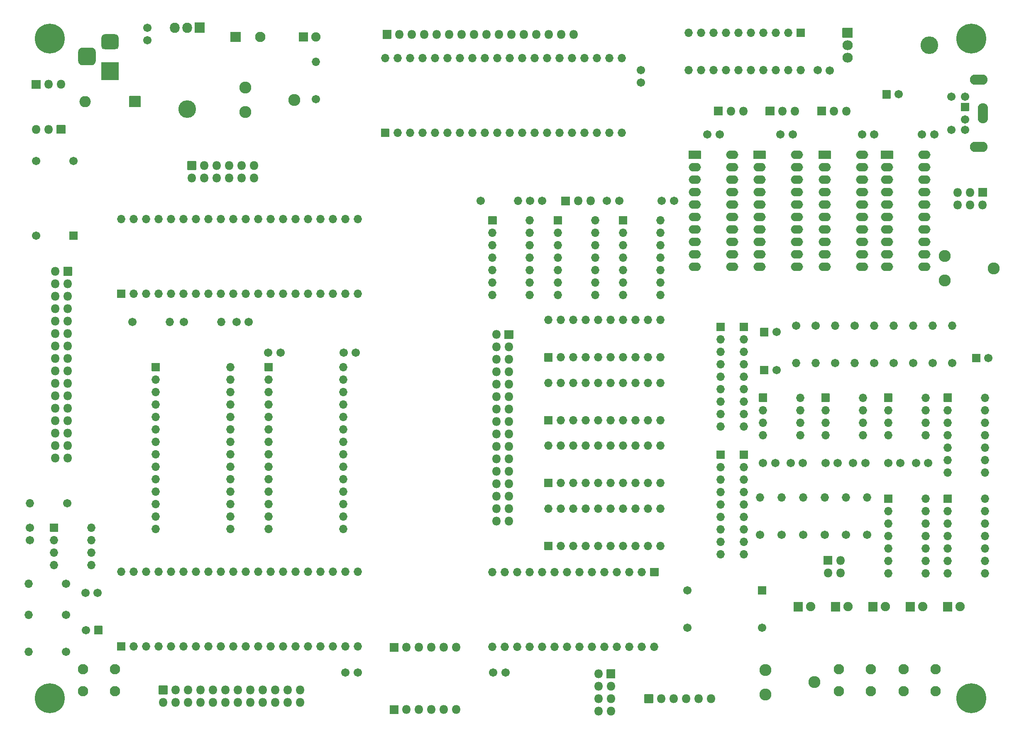
<source format=gbs>
G04 #@! TF.GenerationSoftware,KiCad,Pcbnew,(5.1.9)-1*
G04 #@! TF.CreationDate,2022-11-15T19:47:54+00:00*
G04 #@! TF.ProjectId,AT_65C02_Computer,41545f36-3543-4303-925f-436f6d707574,rev?*
G04 #@! TF.SameCoordinates,Original*
G04 #@! TF.FileFunction,Soldermask,Bot*
G04 #@! TF.FilePolarity,Negative*
%FSLAX46Y46*%
G04 Gerber Fmt 4.6, Leading zero omitted, Abs format (unit mm)*
G04 Created by KiCad (PCBNEW (5.1.9)-1) date 2022-11-15 19:47:54*
%MOMM*%
%LPD*%
G01*
G04 APERTURE LIST*
%ADD10C,1.702000*%
%ADD11C,2.102000*%
%ADD12O,1.802000X1.802000*%
%ADD13O,1.702000X1.702000*%
%ADD14C,2.442000*%
%ADD15O,3.602000X3.602000*%
%ADD16O,2.102000X2.007000*%
%ADD17C,1.902000*%
%ADD18C,6.102000*%
%ADD19O,2.102000X4.102000*%
%ADD20O,3.602000X2.102000*%
%ADD21O,2.502000X1.702000*%
%ADD22O,2.007000X2.102000*%
%ADD23O,2.302000X2.302000*%
%ADD24C,0.100000*%
G04 APERTURE END LIST*
D10*
X45320000Y-28265000D03*
X45320000Y-25765000D03*
D11*
X38740000Y-156625000D03*
X38740000Y-161125000D03*
X32240000Y-156625000D03*
X32240000Y-161125000D03*
X206119000Y-156625000D03*
X206119000Y-161125000D03*
X199619000Y-156625000D03*
X199619000Y-161125000D03*
X192879000Y-156625000D03*
X192879000Y-161125000D03*
X186379000Y-156625000D03*
X186379000Y-161125000D03*
D12*
X187930000Y-42760000D03*
X185390000Y-42760000D03*
G36*
G01*
X183700000Y-43661000D02*
X182000000Y-43661000D01*
G75*
G02*
X181949000Y-43610000I0J51000D01*
G01*
X181949000Y-41910000D01*
G75*
G02*
X182000000Y-41859000I51000J0D01*
G01*
X183700000Y-41859000D01*
G75*
G02*
X183751000Y-41910000I0J-51000D01*
G01*
X183751000Y-43610000D01*
G75*
G02*
X183700000Y-43661000I-51000J0D01*
G01*
G37*
X177410000Y-42760000D03*
X174870000Y-42760000D03*
G36*
G01*
X173180000Y-43661000D02*
X171480000Y-43661000D01*
G75*
G02*
X171429000Y-43610000I0J51000D01*
G01*
X171429000Y-41910000D01*
G75*
G02*
X171480000Y-41859000I51000J0D01*
G01*
X173180000Y-41859000D01*
G75*
G02*
X173231000Y-41910000I0J-51000D01*
G01*
X173231000Y-43610000D01*
G75*
G02*
X173180000Y-43661000I-51000J0D01*
G01*
G37*
X166890000Y-42760000D03*
X164350000Y-42760000D03*
G36*
G01*
X162660000Y-43661000D02*
X160960000Y-43661000D01*
G75*
G02*
X160909000Y-43610000I0J51000D01*
G01*
X160909000Y-41910000D01*
G75*
G02*
X160960000Y-41859000I51000J0D01*
G01*
X162660000Y-41859000D01*
G75*
G02*
X162711000Y-41910000I0J-51000D01*
G01*
X162711000Y-43610000D01*
G75*
G02*
X162660000Y-43661000I-51000J0D01*
G01*
G37*
X116520000Y-126460000D03*
X119060000Y-126460000D03*
X116520000Y-123920000D03*
X119060000Y-123920000D03*
X116520000Y-121380000D03*
X119060000Y-121380000D03*
X116520000Y-118840000D03*
X119060000Y-118840000D03*
X116520000Y-116300000D03*
X119060000Y-116300000D03*
X116520000Y-113760000D03*
X119060000Y-113760000D03*
X116520000Y-111220000D03*
X119060000Y-111220000D03*
X116520000Y-108680000D03*
X119060000Y-108680000D03*
X116520000Y-106140000D03*
X119060000Y-106140000D03*
X116520000Y-103600000D03*
X119060000Y-103600000D03*
X116520000Y-101060000D03*
X119060000Y-101060000D03*
X116520000Y-98520000D03*
X119060000Y-98520000D03*
X116520000Y-95980000D03*
X119060000Y-95980000D03*
X116520000Y-93440000D03*
X119060000Y-93440000D03*
X116520000Y-90900000D03*
X119060000Y-90900000D03*
X116520000Y-88360000D03*
G36*
G01*
X118159000Y-89210000D02*
X118159000Y-87510000D01*
G75*
G02*
X118210000Y-87459000I51000J0D01*
G01*
X119910000Y-87459000D01*
G75*
G02*
X119961000Y-87510000I0J-51000D01*
G01*
X119961000Y-89210000D01*
G75*
G02*
X119910000Y-89261000I-51000J0D01*
G01*
X118210000Y-89261000D01*
G75*
G02*
X118159000Y-89210000I0J51000D01*
G01*
G37*
D13*
X127120000Y-98226666D03*
X149980000Y-105846666D03*
X129660000Y-98226666D03*
X147440000Y-105846666D03*
X132200000Y-98226666D03*
X144900000Y-105846666D03*
X134740000Y-98226666D03*
X142360000Y-105846666D03*
X137280000Y-98226666D03*
X139820000Y-105846666D03*
X139820000Y-98226666D03*
X137280000Y-105846666D03*
X142360000Y-98226666D03*
X134740000Y-105846666D03*
X144900000Y-98226666D03*
X132200000Y-105846666D03*
X147440000Y-98226666D03*
X129660000Y-105846666D03*
X149980000Y-98226666D03*
G36*
G01*
X127920000Y-106697666D02*
X126320000Y-106697666D01*
G75*
G02*
X126269000Y-106646666I0J51000D01*
G01*
X126269000Y-105046666D01*
G75*
G02*
X126320000Y-104995666I51000J0D01*
G01*
X127920000Y-104995666D01*
G75*
G02*
X127971000Y-105046666I0J-51000D01*
G01*
X127971000Y-106646666D01*
G75*
G02*
X127920000Y-106697666I-51000J0D01*
G01*
G37*
X127120000Y-85410000D03*
X149980000Y-93030000D03*
X129660000Y-85410000D03*
X147440000Y-93030000D03*
X132200000Y-85410000D03*
X144900000Y-93030000D03*
X134740000Y-85410000D03*
X142360000Y-93030000D03*
X137280000Y-85410000D03*
X139820000Y-93030000D03*
X139820000Y-85410000D03*
X137280000Y-93030000D03*
X142360000Y-85410000D03*
X134740000Y-93030000D03*
X144900000Y-85410000D03*
X132200000Y-93030000D03*
X147440000Y-85410000D03*
X129660000Y-93030000D03*
X149980000Y-85410000D03*
G36*
G01*
X127920000Y-93881000D02*
X126320000Y-93881000D01*
G75*
G02*
X126269000Y-93830000I0J51000D01*
G01*
X126269000Y-92230000D01*
G75*
G02*
X126320000Y-92179000I51000J0D01*
G01*
X127920000Y-92179000D01*
G75*
G02*
X127971000Y-92230000I0J-51000D01*
G01*
X127971000Y-93830000D01*
G75*
G02*
X127920000Y-93881000I-51000J0D01*
G01*
G37*
X127120000Y-111043332D03*
X149980000Y-118663332D03*
X129660000Y-111043332D03*
X147440000Y-118663332D03*
X132200000Y-111043332D03*
X144900000Y-118663332D03*
X134740000Y-111043332D03*
X142360000Y-118663332D03*
X137280000Y-111043332D03*
X139820000Y-118663332D03*
X139820000Y-111043332D03*
X137280000Y-118663332D03*
X142360000Y-111043332D03*
X134740000Y-118663332D03*
X144900000Y-111043332D03*
X132200000Y-118663332D03*
X147440000Y-111043332D03*
X129660000Y-118663332D03*
X149980000Y-111043332D03*
G36*
G01*
X127920000Y-119514332D02*
X126320000Y-119514332D01*
G75*
G02*
X126269000Y-119463332I0J51000D01*
G01*
X126269000Y-117863332D01*
G75*
G02*
X126320000Y-117812332I51000J0D01*
G01*
X127920000Y-117812332D01*
G75*
G02*
X127971000Y-117863332I0J-51000D01*
G01*
X127971000Y-119463332D01*
G75*
G02*
X127920000Y-119514332I-51000J0D01*
G01*
G37*
X127120000Y-123860000D03*
X149980000Y-131480000D03*
X129660000Y-123860000D03*
X147440000Y-131480000D03*
X132200000Y-123860000D03*
X144900000Y-131480000D03*
X134740000Y-123860000D03*
X142360000Y-131480000D03*
X137280000Y-123860000D03*
X139820000Y-131480000D03*
X139820000Y-123860000D03*
X137280000Y-131480000D03*
X142360000Y-123860000D03*
X134740000Y-131480000D03*
X144900000Y-123860000D03*
X132200000Y-131480000D03*
X147440000Y-123860000D03*
X129660000Y-131480000D03*
X149980000Y-123860000D03*
G36*
G01*
X127920000Y-132331000D02*
X126320000Y-132331000D01*
G75*
G02*
X126269000Y-132280000I0J51000D01*
G01*
X126269000Y-130680000D01*
G75*
G02*
X126320000Y-130629000I51000J0D01*
G01*
X127920000Y-130629000D01*
G75*
G02*
X127971000Y-130680000I0J-51000D01*
G01*
X127971000Y-132280000D01*
G75*
G02*
X127920000Y-132331000I-51000J0D01*
G01*
G37*
D14*
X207960000Y-72330000D03*
X217960000Y-74830000D03*
X207960000Y-77330000D03*
D12*
X108330000Y-152210000D03*
X105790000Y-152210000D03*
X103250000Y-152210000D03*
X100710000Y-152210000D03*
X98170000Y-152210000D03*
G36*
G01*
X96480000Y-153111000D02*
X94780000Y-153111000D01*
G75*
G02*
X94729000Y-153060000I0J51000D01*
G01*
X94729000Y-151360000D01*
G75*
G02*
X94780000Y-151309000I51000J0D01*
G01*
X96480000Y-151309000D01*
G75*
G02*
X96531000Y-151360000I0J-51000D01*
G01*
X96531000Y-153060000D01*
G75*
G02*
X96480000Y-153111000I-51000J0D01*
G01*
G37*
G36*
G01*
X96480000Y-165811000D02*
X94780000Y-165811000D01*
G75*
G02*
X94729000Y-165760000I0J51000D01*
G01*
X94729000Y-164060000D01*
G75*
G02*
X94780000Y-164009000I51000J0D01*
G01*
X96480000Y-164009000D01*
G75*
G02*
X96531000Y-164060000I0J-51000D01*
G01*
X96531000Y-165760000D01*
G75*
G02*
X96480000Y-165811000I-51000J0D01*
G01*
G37*
X98170000Y-164910000D03*
X100710000Y-164910000D03*
X103250000Y-164910000D03*
X105790000Y-164910000D03*
X108330000Y-164910000D03*
X137320000Y-165220000D03*
X139860000Y-165220000D03*
X137320000Y-162680000D03*
X139860000Y-162680000D03*
X137320000Y-160140000D03*
X139860000Y-160140000D03*
X137320000Y-157600000D03*
G36*
G01*
X138959000Y-158450000D02*
X138959000Y-156750000D01*
G75*
G02*
X139010000Y-156699000I51000J0D01*
G01*
X140710000Y-156699000D01*
G75*
G02*
X140761000Y-156750000I0J-51000D01*
G01*
X140761000Y-158450000D01*
G75*
G02*
X140710000Y-158501000I-51000J0D01*
G01*
X139010000Y-158501000D01*
G75*
G02*
X138959000Y-158450000I0J51000D01*
G01*
G37*
D15*
X204800000Y-29310000D03*
G36*
G01*
X187140000Y-25766500D02*
X189140000Y-25766500D01*
G75*
G02*
X189191000Y-25817500I0J-51000D01*
G01*
X189191000Y-27722500D01*
G75*
G02*
X189140000Y-27773500I-51000J0D01*
G01*
X187140000Y-27773500D01*
G75*
G02*
X187089000Y-27722500I0J51000D01*
G01*
X187089000Y-25817500D01*
G75*
G02*
X187140000Y-25766500I51000J0D01*
G01*
G37*
D16*
X188140000Y-29310000D03*
X188140000Y-31850000D03*
G36*
G01*
X40780000Y-152861000D02*
X39180000Y-152861000D01*
G75*
G02*
X39129000Y-152810000I0J51000D01*
G01*
X39129000Y-151210000D01*
G75*
G02*
X39180000Y-151159000I51000J0D01*
G01*
X40780000Y-151159000D01*
G75*
G02*
X40831000Y-151210000I0J-51000D01*
G01*
X40831000Y-152810000D01*
G75*
G02*
X40780000Y-152861000I-51000J0D01*
G01*
G37*
D13*
X88240000Y-136770000D03*
X42520000Y-152010000D03*
X85700000Y-136770000D03*
X45060000Y-152010000D03*
X83160000Y-136770000D03*
X47600000Y-152010000D03*
X80620000Y-136770000D03*
X50140000Y-152010000D03*
X78080000Y-136770000D03*
X52680000Y-152010000D03*
X75540000Y-136770000D03*
X55220000Y-152010000D03*
X73000000Y-136770000D03*
X57760000Y-152010000D03*
X70460000Y-136770000D03*
X60300000Y-152010000D03*
X67920000Y-136770000D03*
X62840000Y-152010000D03*
X65380000Y-136770000D03*
X65380000Y-152010000D03*
X62840000Y-136770000D03*
X67920000Y-152010000D03*
X60300000Y-136770000D03*
X70460000Y-152010000D03*
X57760000Y-136770000D03*
X73000000Y-152010000D03*
X55220000Y-136770000D03*
X75540000Y-152010000D03*
X52680000Y-136770000D03*
X78080000Y-152010000D03*
X50140000Y-136770000D03*
X80620000Y-152010000D03*
X47600000Y-136770000D03*
X83160000Y-152010000D03*
X45060000Y-136770000D03*
X85700000Y-152010000D03*
X42520000Y-136770000D03*
X88240000Y-152010000D03*
X39980000Y-136770000D03*
G36*
G01*
X147940000Y-135959000D02*
X149540000Y-135959000D01*
G75*
G02*
X149591000Y-136010000I0J-51000D01*
G01*
X149591000Y-137610000D01*
G75*
G02*
X149540000Y-137661000I-51000J0D01*
G01*
X147940000Y-137661000D01*
G75*
G02*
X147889000Y-137610000I0J51000D01*
G01*
X147889000Y-136010000D01*
G75*
G02*
X147940000Y-135959000I51000J0D01*
G01*
G37*
X115720000Y-152050000D03*
X146200000Y-136810000D03*
X118260000Y-152050000D03*
X143660000Y-136810000D03*
X120800000Y-152050000D03*
X141120000Y-136810000D03*
X123340000Y-152050000D03*
X138580000Y-136810000D03*
X125880000Y-152050000D03*
X136040000Y-136810000D03*
X128420000Y-152050000D03*
X133500000Y-136810000D03*
X130960000Y-152050000D03*
X130960000Y-136810000D03*
X133500000Y-152050000D03*
X128420000Y-136810000D03*
X136040000Y-152050000D03*
X125880000Y-136810000D03*
X138580000Y-152050000D03*
X123340000Y-136810000D03*
X141120000Y-152050000D03*
X120800000Y-136810000D03*
X143660000Y-152050000D03*
X118260000Y-136810000D03*
X146200000Y-152050000D03*
X115720000Y-136810000D03*
X148740000Y-152050000D03*
D12*
X67070000Y-56410000D03*
X67070000Y-53870000D03*
X64530000Y-56410000D03*
X64530000Y-53870000D03*
X61990000Y-56410000D03*
X61990000Y-53870000D03*
X59450000Y-56410000D03*
X59450000Y-53870000D03*
X56910000Y-56410000D03*
X56910000Y-53870000D03*
X54370000Y-56410000D03*
G36*
G01*
X55220000Y-54771000D02*
X53520000Y-54771000D01*
G75*
G02*
X53469000Y-54720000I0J51000D01*
G01*
X53469000Y-53020000D01*
G75*
G02*
X53520000Y-52969000I51000J0D01*
G01*
X55220000Y-52969000D01*
G75*
G02*
X55271000Y-53020000I0J-51000D01*
G01*
X55271000Y-54720000D01*
G75*
G02*
X55220000Y-54771000I-51000J0D01*
G01*
G37*
D13*
X39980000Y-64810000D03*
X88240000Y-80050000D03*
X42520000Y-64810000D03*
X85700000Y-80050000D03*
X45060000Y-64810000D03*
X83160000Y-80050000D03*
X47600000Y-64810000D03*
X80620000Y-80050000D03*
X50140000Y-64810000D03*
X78080000Y-80050000D03*
X52680000Y-64810000D03*
X75540000Y-80050000D03*
X55220000Y-64810000D03*
X73000000Y-80050000D03*
X57760000Y-64810000D03*
X70460000Y-80050000D03*
X60300000Y-64810000D03*
X67920000Y-80050000D03*
X62840000Y-64810000D03*
X65380000Y-80050000D03*
X65380000Y-64810000D03*
X62840000Y-80050000D03*
X67920000Y-64810000D03*
X60300000Y-80050000D03*
X70460000Y-64810000D03*
X57760000Y-80050000D03*
X73000000Y-64810000D03*
X55220000Y-80050000D03*
X75540000Y-64810000D03*
X52680000Y-80050000D03*
X78080000Y-64810000D03*
X50140000Y-80050000D03*
X80620000Y-64810000D03*
X47600000Y-80050000D03*
X83160000Y-64810000D03*
X45060000Y-80050000D03*
X85700000Y-64810000D03*
X42520000Y-80050000D03*
X88240000Y-64810000D03*
G36*
G01*
X40780000Y-80901000D02*
X39180000Y-80901000D01*
G75*
G02*
X39129000Y-80850000I0J51000D01*
G01*
X39129000Y-79250000D01*
G75*
G02*
X39180000Y-79199000I51000J0D01*
G01*
X40780000Y-79199000D01*
G75*
G02*
X40831000Y-79250000I0J-51000D01*
G01*
X40831000Y-80850000D01*
G75*
G02*
X40780000Y-80901000I-51000J0D01*
G01*
G37*
G36*
G01*
X94600000Y-48061000D02*
X93000000Y-48061000D01*
G75*
G02*
X92949000Y-48010000I0J51000D01*
G01*
X92949000Y-46410000D01*
G75*
G02*
X93000000Y-46359000I51000J0D01*
G01*
X94600000Y-46359000D01*
G75*
G02*
X94651000Y-46410000I0J-51000D01*
G01*
X94651000Y-48010000D01*
G75*
G02*
X94600000Y-48061000I-51000J0D01*
G01*
G37*
X142060000Y-31970000D03*
X96340000Y-47210000D03*
X139520000Y-31970000D03*
X98880000Y-47210000D03*
X136980000Y-31970000D03*
X101420000Y-47210000D03*
X134440000Y-31970000D03*
X103960000Y-47210000D03*
X131900000Y-31970000D03*
X106500000Y-47210000D03*
X129360000Y-31970000D03*
X109040000Y-47210000D03*
X126820000Y-31970000D03*
X111580000Y-47210000D03*
X124280000Y-31970000D03*
X114120000Y-47210000D03*
X121740000Y-31970000D03*
X116660000Y-47210000D03*
X119200000Y-31970000D03*
X119200000Y-47210000D03*
X116660000Y-31970000D03*
X121740000Y-47210000D03*
X114120000Y-31970000D03*
X124280000Y-47210000D03*
X111580000Y-31970000D03*
X126820000Y-47210000D03*
X109040000Y-31970000D03*
X129360000Y-47210000D03*
X106500000Y-31970000D03*
X131900000Y-47210000D03*
X103960000Y-31970000D03*
X134440000Y-47210000D03*
X101420000Y-31970000D03*
X136980000Y-47210000D03*
X98880000Y-31970000D03*
X139520000Y-47210000D03*
X96340000Y-31970000D03*
X142060000Y-47210000D03*
X93800000Y-31970000D03*
D17*
X79690000Y-27630000D03*
G36*
G01*
X76199000Y-28530000D02*
X76199000Y-26730000D01*
G75*
G02*
X76250000Y-26679000I51000J0D01*
G01*
X78050000Y-26679000D01*
G75*
G02*
X78101000Y-26730000I0J-51000D01*
G01*
X78101000Y-28530000D01*
G75*
G02*
X78050000Y-28581000I-51000J0D01*
G01*
X76250000Y-28581000D01*
G75*
G02*
X76199000Y-28530000I0J51000D01*
G01*
G37*
D10*
X118380000Y-157340000D03*
X115880000Y-157340000D03*
D12*
X160310000Y-162680000D03*
X157770000Y-162680000D03*
X155230000Y-162680000D03*
X152690000Y-162680000D03*
X150150000Y-162680000D03*
G36*
G01*
X148460000Y-163581000D02*
X146760000Y-163581000D01*
G75*
G02*
X146709000Y-163530000I0J51000D01*
G01*
X146709000Y-161830000D01*
G75*
G02*
X146760000Y-161779000I51000J0D01*
G01*
X148460000Y-161779000D01*
G75*
G02*
X148511000Y-161830000I0J-51000D01*
G01*
X148511000Y-163530000D01*
G75*
G02*
X148460000Y-163581000I-51000J0D01*
G01*
G37*
D14*
X65320000Y-37990000D03*
X75320000Y-40490000D03*
X65320000Y-42990000D03*
G36*
G01*
X177790000Y-25919000D02*
X179390000Y-25919000D01*
G75*
G02*
X179441000Y-25970000I0J-51000D01*
G01*
X179441000Y-27570000D01*
G75*
G02*
X179390000Y-27621000I-51000J0D01*
G01*
X177790000Y-27621000D01*
G75*
G02*
X177739000Y-27570000I0J51000D01*
G01*
X177739000Y-25970000D01*
G75*
G02*
X177790000Y-25919000I51000J0D01*
G01*
G37*
D13*
X155730000Y-34390000D03*
X176050000Y-26770000D03*
X158270000Y-34390000D03*
X173510000Y-26770000D03*
X160810000Y-34390000D03*
X170970000Y-26770000D03*
X163350000Y-34390000D03*
X168430000Y-26770000D03*
X165890000Y-34390000D03*
X165890000Y-26770000D03*
X168430000Y-34390000D03*
X163350000Y-26770000D03*
X170970000Y-34390000D03*
X160810000Y-26770000D03*
X173510000Y-34390000D03*
X158270000Y-26770000D03*
X176050000Y-34390000D03*
X155730000Y-26770000D03*
X178590000Y-34390000D03*
D10*
X141560000Y-61110000D03*
X139060000Y-61110000D03*
D18*
X25400000Y-162560000D03*
X25400000Y-27940000D03*
X213360000Y-27940000D03*
X213360000Y-162560000D03*
D12*
X132300000Y-27110000D03*
X129760000Y-27110000D03*
X127220000Y-27110000D03*
X124680000Y-27110000D03*
X122140000Y-27110000D03*
X119600000Y-27110000D03*
X117060000Y-27110000D03*
X114520000Y-27110000D03*
X111980000Y-27110000D03*
X109440000Y-27110000D03*
X106900000Y-27110000D03*
X104360000Y-27110000D03*
X101820000Y-27110000D03*
X99280000Y-27110000D03*
X96740000Y-27110000D03*
G36*
G01*
X95050000Y-28011000D02*
X93350000Y-28011000D01*
G75*
G02*
X93299000Y-27960000I0J51000D01*
G01*
X93299000Y-26260000D01*
G75*
G02*
X93350000Y-26209000I51000J0D01*
G01*
X95050000Y-26209000D01*
G75*
G02*
X95101000Y-26260000I0J-51000D01*
G01*
X95101000Y-27960000D01*
G75*
G02*
X95050000Y-28011000I-51000J0D01*
G01*
G37*
D10*
X66000000Y-85810000D03*
X63500000Y-85810000D03*
X35170000Y-141120000D03*
X32670000Y-141120000D03*
X69970000Y-92060000D03*
X72470000Y-92060000D03*
X21350000Y-130310000D03*
X21350000Y-127810000D03*
X85350000Y-92020000D03*
X87850000Y-92020000D03*
X182030000Y-34390000D03*
X184530000Y-34520000D03*
G36*
G01*
X36181000Y-147860000D02*
X36181000Y-149460000D01*
G75*
G02*
X36130000Y-149511000I-51000J0D01*
G01*
X34530000Y-149511000D01*
G75*
G02*
X34479000Y-149460000I0J51000D01*
G01*
X34479000Y-147860000D01*
G75*
G02*
X34530000Y-147809000I51000J0D01*
G01*
X36130000Y-147809000D01*
G75*
G02*
X36181000Y-147860000I0J-51000D01*
G01*
G37*
X32830000Y-148660000D03*
X125860000Y-61110000D03*
X123360000Y-61110000D03*
X88240000Y-157340000D03*
X85740000Y-157340000D03*
X146010000Y-36910000D03*
X146010000Y-34410000D03*
X152730000Y-61110000D03*
X150230000Y-61110000D03*
G36*
G01*
X28179000Y-76310000D02*
X28179000Y-74610000D01*
G75*
G02*
X28230000Y-74559000I51000J0D01*
G01*
X29930000Y-74559000D01*
G75*
G02*
X29981000Y-74610000I0J-51000D01*
G01*
X29981000Y-76310000D01*
G75*
G02*
X29930000Y-76361000I-51000J0D01*
G01*
X28230000Y-76361000D01*
G75*
G02*
X28179000Y-76310000I0J51000D01*
G01*
G37*
D12*
X26540000Y-75460000D03*
X29080000Y-78000000D03*
X26540000Y-78000000D03*
X29080000Y-80540000D03*
X26540000Y-80540000D03*
X29080000Y-83080000D03*
X26540000Y-83080000D03*
X29080000Y-85620000D03*
X26540000Y-85620000D03*
X29080000Y-88160000D03*
X26540000Y-88160000D03*
X29080000Y-90700000D03*
X26540000Y-90700000D03*
X29080000Y-93240000D03*
X26540000Y-93240000D03*
X29080000Y-95780000D03*
X26540000Y-95780000D03*
X29080000Y-98320000D03*
X26540000Y-98320000D03*
X29080000Y-100860000D03*
X26540000Y-100860000D03*
X29080000Y-103400000D03*
X26540000Y-103400000D03*
X29080000Y-105940000D03*
X26540000Y-105940000D03*
X29080000Y-108480000D03*
X26540000Y-108480000D03*
X29080000Y-111020000D03*
X26540000Y-111020000D03*
X29080000Y-113560000D03*
X26540000Y-113560000D03*
D19*
X215740000Y-43210000D03*
D10*
X209290000Y-46610000D03*
X209290000Y-39810000D03*
X212090000Y-46610000D03*
X212090000Y-39810000D03*
X212090000Y-44510000D03*
G36*
G01*
X212890000Y-42761000D02*
X211290000Y-42761000D01*
G75*
G02*
X211239000Y-42710000I0J51000D01*
G01*
X211239000Y-41110000D01*
G75*
G02*
X211290000Y-41059000I51000J0D01*
G01*
X212890000Y-41059000D01*
G75*
G02*
X212941000Y-41110000I0J-51000D01*
G01*
X212941000Y-42710000D01*
G75*
G02*
X212890000Y-42761000I-51000J0D01*
G01*
G37*
D20*
X214940000Y-36360000D03*
X214940000Y-50060000D03*
D13*
X49910000Y-85820000D03*
D10*
X42290000Y-85820000D03*
X52780000Y-85820000D03*
D13*
X60400000Y-85820000D03*
D10*
X28710000Y-139180000D03*
D13*
X21090000Y-139180000D03*
D10*
X28970000Y-122750000D03*
D13*
X21350000Y-122750000D03*
X21100000Y-145530000D03*
D10*
X28720000Y-145530000D03*
D13*
X21100000Y-153110000D03*
D10*
X28720000Y-153110000D03*
D13*
X62280000Y-94990000D03*
X47040000Y-128010000D03*
X62280000Y-97530000D03*
X47040000Y-125470000D03*
X62280000Y-100070000D03*
X47040000Y-122930000D03*
X62280000Y-102610000D03*
X47040000Y-120390000D03*
X62280000Y-105150000D03*
X47040000Y-117850000D03*
X62280000Y-107690000D03*
X47040000Y-115310000D03*
X62280000Y-110230000D03*
X47040000Y-112770000D03*
X62280000Y-112770000D03*
X47040000Y-110230000D03*
X62280000Y-115310000D03*
X47040000Y-107690000D03*
X62280000Y-117850000D03*
X47040000Y-105150000D03*
X62280000Y-120390000D03*
X47040000Y-102610000D03*
X62280000Y-122930000D03*
X47040000Y-100070000D03*
X62280000Y-125470000D03*
X47040000Y-97530000D03*
X62280000Y-128010000D03*
G36*
G01*
X46189000Y-95790000D02*
X46189000Y-94190000D01*
G75*
G02*
X46240000Y-94139000I51000J0D01*
G01*
X47840000Y-94139000D01*
G75*
G02*
X47891000Y-94190000I0J-51000D01*
G01*
X47891000Y-95790000D01*
G75*
G02*
X47840000Y-95841000I-51000J0D01*
G01*
X46240000Y-95841000D01*
G75*
G02*
X46189000Y-95790000I0J51000D01*
G01*
G37*
G36*
G01*
X69209000Y-95790000D02*
X69209000Y-94190000D01*
G75*
G02*
X69260000Y-94139000I51000J0D01*
G01*
X70860000Y-94139000D01*
G75*
G02*
X70911000Y-94190000I0J-51000D01*
G01*
X70911000Y-95790000D01*
G75*
G02*
X70860000Y-95841000I-51000J0D01*
G01*
X69260000Y-95841000D01*
G75*
G02*
X69209000Y-95790000I0J51000D01*
G01*
G37*
X85300000Y-128010000D03*
X70060000Y-97530000D03*
X85300000Y-125470000D03*
X70060000Y-100070000D03*
X85300000Y-122930000D03*
X70060000Y-102610000D03*
X85300000Y-120390000D03*
X70060000Y-105150000D03*
X85300000Y-117850000D03*
X70060000Y-107690000D03*
X85300000Y-115310000D03*
X70060000Y-110230000D03*
X85300000Y-112770000D03*
X70060000Y-112770000D03*
X85300000Y-110230000D03*
X70060000Y-115310000D03*
X85300000Y-107690000D03*
X70060000Y-117850000D03*
X85300000Y-105150000D03*
X70060000Y-120390000D03*
X85300000Y-102610000D03*
X70060000Y-122930000D03*
X85300000Y-100070000D03*
X70060000Y-125470000D03*
X85300000Y-97530000D03*
X70060000Y-128010000D03*
X85300000Y-94990000D03*
X136660000Y-65080000D03*
X129040000Y-80320000D03*
X136660000Y-67620000D03*
X129040000Y-77780000D03*
X136660000Y-70160000D03*
X129040000Y-75240000D03*
X136660000Y-72700000D03*
X129040000Y-72700000D03*
X136660000Y-75240000D03*
X129040000Y-70160000D03*
X136660000Y-77780000D03*
X129040000Y-67620000D03*
X136660000Y-80320000D03*
G36*
G01*
X128189000Y-65880000D02*
X128189000Y-64280000D01*
G75*
G02*
X128240000Y-64229000I51000J0D01*
G01*
X129840000Y-64229000D01*
G75*
G02*
X129891000Y-64280000I0J-51000D01*
G01*
X129891000Y-65880000D01*
G75*
G02*
X129840000Y-65931000I-51000J0D01*
G01*
X128240000Y-65931000D01*
G75*
G02*
X128189000Y-65880000I0J51000D01*
G01*
G37*
X149980000Y-65080000D03*
X142360000Y-80320000D03*
X149980000Y-67620000D03*
X142360000Y-77780000D03*
X149980000Y-70160000D03*
X142360000Y-75240000D03*
X149980000Y-72700000D03*
X142360000Y-72700000D03*
X149980000Y-75240000D03*
X142360000Y-70160000D03*
X149980000Y-77780000D03*
X142360000Y-67620000D03*
X149980000Y-80320000D03*
G36*
G01*
X141509000Y-65880000D02*
X141509000Y-64280000D01*
G75*
G02*
X141560000Y-64229000I51000J0D01*
G01*
X143160000Y-64229000D01*
G75*
G02*
X143211000Y-64280000I0J-51000D01*
G01*
X143211000Y-65880000D01*
G75*
G02*
X143160000Y-65931000I-51000J0D01*
G01*
X141560000Y-65931000D01*
G75*
G02*
X141509000Y-65880000I0J51000D01*
G01*
G37*
G36*
G01*
X25449000Y-128570000D02*
X25449000Y-126970000D01*
G75*
G02*
X25500000Y-126919000I51000J0D01*
G01*
X27100000Y-126919000D01*
G75*
G02*
X27151000Y-126970000I0J-51000D01*
G01*
X27151000Y-128570000D01*
G75*
G02*
X27100000Y-128621000I-51000J0D01*
G01*
X25500000Y-128621000D01*
G75*
G02*
X25449000Y-128570000I0J51000D01*
G01*
G37*
X33920000Y-135390000D03*
X26300000Y-130310000D03*
X33920000Y-132850000D03*
X26300000Y-132850000D03*
X33920000Y-130310000D03*
X26300000Y-135390000D03*
X33920000Y-127770000D03*
G36*
G01*
X114869000Y-65880000D02*
X114869000Y-64280000D01*
G75*
G02*
X114920000Y-64229000I51000J0D01*
G01*
X116520000Y-64229000D01*
G75*
G02*
X116571000Y-64280000I0J-51000D01*
G01*
X116571000Y-65880000D01*
G75*
G02*
X116520000Y-65931000I-51000J0D01*
G01*
X114920000Y-65931000D01*
G75*
G02*
X114869000Y-65880000I0J51000D01*
G01*
G37*
X123340000Y-80320000D03*
X115720000Y-67620000D03*
X123340000Y-77780000D03*
X115720000Y-70160000D03*
X123340000Y-75240000D03*
X115720000Y-72700000D03*
X123340000Y-72700000D03*
X115720000Y-75240000D03*
X123340000Y-70160000D03*
X115720000Y-77780000D03*
X123340000Y-67620000D03*
X115720000Y-80320000D03*
X123340000Y-65080000D03*
G36*
G01*
X31050000Y-69011000D02*
X29450000Y-69011000D01*
G75*
G02*
X29399000Y-68960000I0J51000D01*
G01*
X29399000Y-67360000D01*
G75*
G02*
X29450000Y-67309000I51000J0D01*
G01*
X31050000Y-67309000D01*
G75*
G02*
X31101000Y-67360000I0J-51000D01*
G01*
X31101000Y-68960000D01*
G75*
G02*
X31050000Y-69011000I-51000J0D01*
G01*
G37*
D10*
X22630000Y-68160000D03*
X22630000Y-52920000D03*
X30250000Y-52920000D03*
G36*
G01*
X171581000Y-139790000D02*
X171581000Y-141390000D01*
G75*
G02*
X171530000Y-141441000I-51000J0D01*
G01*
X169930000Y-141441000D01*
G75*
G02*
X169879000Y-141390000I0J51000D01*
G01*
X169879000Y-139790000D01*
G75*
G02*
X169930000Y-139739000I51000J0D01*
G01*
X171530000Y-139739000D01*
G75*
G02*
X171581000Y-139790000I0J-51000D01*
G01*
G37*
X170730000Y-148210000D03*
X155490000Y-148210000D03*
X155490000Y-140590000D03*
G36*
G01*
X26860000Y-45589000D02*
X28560000Y-45589000D01*
G75*
G02*
X28611000Y-45640000I0J-51000D01*
G01*
X28611000Y-47340000D01*
G75*
G02*
X28560000Y-47391000I-51000J0D01*
G01*
X26860000Y-47391000D01*
G75*
G02*
X26809000Y-47340000I0J51000D01*
G01*
X26809000Y-45640000D01*
G75*
G02*
X26860000Y-45589000I51000J0D01*
G01*
G37*
D12*
X25170000Y-46490000D03*
X22630000Y-46490000D03*
X210630000Y-61900000D03*
X210630000Y-59360000D03*
X213170000Y-61900000D03*
X213170000Y-59360000D03*
X215710000Y-61900000D03*
G36*
G01*
X214860000Y-58459000D02*
X216560000Y-58459000D01*
G75*
G02*
X216611000Y-58510000I0J-51000D01*
G01*
X216611000Y-60210000D01*
G75*
G02*
X216560000Y-60261000I-51000J0D01*
G01*
X214860000Y-60261000D01*
G75*
G02*
X214809000Y-60210000I0J51000D01*
G01*
X214809000Y-58510000D01*
G75*
G02*
X214860000Y-58459000I51000J0D01*
G01*
G37*
D13*
X204064000Y-101245000D03*
X196444000Y-108865000D03*
X204064000Y-103785000D03*
X196444000Y-106325000D03*
X204064000Y-106325000D03*
X196444000Y-103785000D03*
X204064000Y-108865000D03*
G36*
G01*
X195593000Y-102045000D02*
X195593000Y-100445000D01*
G75*
G02*
X195644000Y-100394000I51000J0D01*
G01*
X197244000Y-100394000D01*
G75*
G02*
X197295000Y-100445000I0J-51000D01*
G01*
X197295000Y-102045000D01*
G75*
G02*
X197244000Y-102096000I-51000J0D01*
G01*
X195644000Y-102096000D01*
G75*
G02*
X195593000Y-102045000I0J51000D01*
G01*
G37*
D17*
X211089000Y-143915000D03*
G36*
G01*
X207598000Y-144815000D02*
X207598000Y-143015000D01*
G75*
G02*
X207649000Y-142964000I51000J0D01*
G01*
X209449000Y-142964000D01*
G75*
G02*
X209500000Y-143015000I0J-51000D01*
G01*
X209500000Y-144815000D01*
G75*
G02*
X209449000Y-144866000I-51000J0D01*
G01*
X207649000Y-144866000D01*
G75*
G02*
X207598000Y-144815000I0J51000D01*
G01*
G37*
X203469000Y-143915000D03*
G36*
G01*
X199978000Y-144815000D02*
X199978000Y-143015000D01*
G75*
G02*
X200029000Y-142964000I51000J0D01*
G01*
X201829000Y-142964000D01*
G75*
G02*
X201880000Y-143015000I0J-51000D01*
G01*
X201880000Y-144815000D01*
G75*
G02*
X201829000Y-144866000I-51000J0D01*
G01*
X200029000Y-144866000D01*
G75*
G02*
X199978000Y-144815000I0J51000D01*
G01*
G37*
X188229000Y-143915000D03*
G36*
G01*
X184738000Y-144815000D02*
X184738000Y-143015000D01*
G75*
G02*
X184789000Y-142964000I51000J0D01*
G01*
X186589000Y-142964000D01*
G75*
G02*
X186640000Y-143015000I0J-51000D01*
G01*
X186640000Y-144815000D01*
G75*
G02*
X186589000Y-144866000I-51000J0D01*
G01*
X184789000Y-144866000D01*
G75*
G02*
X184738000Y-144815000I0J51000D01*
G01*
G37*
X195849000Y-143915000D03*
G36*
G01*
X192358000Y-144815000D02*
X192358000Y-143015000D01*
G75*
G02*
X192409000Y-142964000I51000J0D01*
G01*
X194209000Y-142964000D01*
G75*
G02*
X194260000Y-143015000I0J-51000D01*
G01*
X194260000Y-144815000D01*
G75*
G02*
X194209000Y-144866000I-51000J0D01*
G01*
X192409000Y-144866000D01*
G75*
G02*
X192358000Y-144815000I0J51000D01*
G01*
G37*
X180609000Y-143915000D03*
G36*
G01*
X177118000Y-144815000D02*
X177118000Y-143015000D01*
G75*
G02*
X177169000Y-142964000I51000J0D01*
G01*
X178969000Y-142964000D01*
G75*
G02*
X179020000Y-143015000I0J-51000D01*
G01*
X179020000Y-144815000D01*
G75*
G02*
X178969000Y-144866000I-51000J0D01*
G01*
X177169000Y-144866000D01*
G75*
G02*
X177118000Y-144815000I0J51000D01*
G01*
G37*
D14*
X171394000Y-161805000D03*
X181394000Y-159305000D03*
X171394000Y-156805000D03*
D13*
X187849000Y-121565000D03*
D10*
X187849000Y-129185000D03*
G36*
G01*
X170303000Y-96420000D02*
X170303000Y-94820000D01*
G75*
G02*
X170354000Y-94769000I51000J0D01*
G01*
X171954000Y-94769000D01*
G75*
G02*
X172005000Y-94820000I0J-51000D01*
G01*
X172005000Y-96420000D01*
G75*
G02*
X171954000Y-96471000I-51000J0D01*
G01*
X170354000Y-96471000D01*
G75*
G02*
X170303000Y-96420000I0J51000D01*
G01*
G37*
X173654000Y-95620000D03*
X173654000Y-87865000D03*
G36*
G01*
X170303000Y-88665000D02*
X170303000Y-87065000D01*
G75*
G02*
X170354000Y-87014000I51000J0D01*
G01*
X171954000Y-87014000D01*
G75*
G02*
X172005000Y-87065000I0J-51000D01*
G01*
X172005000Y-88665000D01*
G75*
G02*
X171954000Y-88716000I-51000J0D01*
G01*
X170354000Y-88716000D01*
G75*
G02*
X170303000Y-88665000I0J51000D01*
G01*
G37*
X177649000Y-86555000D03*
D13*
X177649000Y-94175000D03*
X181634000Y-94175000D03*
D10*
X181634000Y-86555000D03*
D13*
X170289000Y-121565000D03*
D10*
X170289000Y-129185000D03*
X197574000Y-94175000D03*
D13*
X197574000Y-86555000D03*
D10*
X209529000Y-94175000D03*
D13*
X209529000Y-86555000D03*
X183459000Y-121565000D03*
D10*
X183459000Y-129185000D03*
D13*
X205544000Y-86555000D03*
D10*
X205544000Y-94175000D03*
X189604000Y-86555000D03*
D13*
X189604000Y-94175000D03*
D10*
X185619000Y-94175000D03*
D13*
X185619000Y-86555000D03*
X174679000Y-121565000D03*
D10*
X174679000Y-129185000D03*
X201559000Y-94175000D03*
D13*
X201559000Y-86555000D03*
D10*
X193589000Y-94175000D03*
D13*
X193589000Y-86555000D03*
X179069000Y-121565000D03*
D10*
X179069000Y-129185000D03*
G36*
G01*
X207743000Y-122675000D02*
X207743000Y-121075000D01*
G75*
G02*
X207794000Y-121024000I51000J0D01*
G01*
X209394000Y-121024000D01*
G75*
G02*
X209445000Y-121075000I0J-51000D01*
G01*
X209445000Y-122675000D01*
G75*
G02*
X209394000Y-122726000I-51000J0D01*
G01*
X207794000Y-122726000D01*
G75*
G02*
X207743000Y-122675000I0J51000D01*
G01*
G37*
D13*
X216214000Y-137115000D03*
X208594000Y-124415000D03*
X216214000Y-134575000D03*
X208594000Y-126955000D03*
X216214000Y-132035000D03*
X208594000Y-129495000D03*
X216214000Y-129495000D03*
X208594000Y-132035000D03*
X216214000Y-126955000D03*
X208594000Y-134575000D03*
X216214000Y-124415000D03*
X208594000Y-137115000D03*
X216214000Y-121875000D03*
G36*
G01*
X170033000Y-102045000D02*
X170033000Y-100445000D01*
G75*
G02*
X170084000Y-100394000I51000J0D01*
G01*
X171684000Y-100394000D01*
G75*
G02*
X171735000Y-100445000I0J-51000D01*
G01*
X171735000Y-102045000D01*
G75*
G02*
X171684000Y-102096000I-51000J0D01*
G01*
X170084000Y-102096000D01*
G75*
G02*
X170033000Y-102045000I0J51000D01*
G01*
G37*
X178504000Y-108865000D03*
X170884000Y-103785000D03*
X178504000Y-106325000D03*
X170884000Y-106325000D03*
X178504000Y-103785000D03*
X170884000Y-108865000D03*
X178504000Y-101245000D03*
X204064000Y-121875000D03*
X196444000Y-137115000D03*
X204064000Y-124415000D03*
X196444000Y-134575000D03*
X204064000Y-126955000D03*
X196444000Y-132035000D03*
X204064000Y-129495000D03*
X196444000Y-129495000D03*
X204064000Y-132035000D03*
X196444000Y-126955000D03*
X204064000Y-134575000D03*
X196444000Y-124415000D03*
X204064000Y-137115000D03*
G36*
G01*
X195593000Y-122675000D02*
X195593000Y-121075000D01*
G75*
G02*
X195644000Y-121024000I51000J0D01*
G01*
X197244000Y-121024000D01*
G75*
G02*
X197295000Y-121075000I0J-51000D01*
G01*
X197295000Y-122675000D01*
G75*
G02*
X197244000Y-122726000I-51000J0D01*
G01*
X195644000Y-122726000D01*
G75*
G02*
X195593000Y-122675000I0J51000D01*
G01*
G37*
G36*
G01*
X207743000Y-102045000D02*
X207743000Y-100445000D01*
G75*
G02*
X207794000Y-100394000I51000J0D01*
G01*
X209394000Y-100394000D01*
G75*
G02*
X209445000Y-100445000I0J-51000D01*
G01*
X209445000Y-102045000D01*
G75*
G02*
X209394000Y-102096000I-51000J0D01*
G01*
X207794000Y-102096000D01*
G75*
G02*
X207743000Y-102045000I0J51000D01*
G01*
G37*
X216214000Y-116485000D03*
X208594000Y-103785000D03*
X216214000Y-113945000D03*
X208594000Y-106325000D03*
X216214000Y-111405000D03*
X208594000Y-108865000D03*
X216214000Y-108865000D03*
X208594000Y-111405000D03*
X216214000Y-106325000D03*
X208594000Y-113945000D03*
X216214000Y-103785000D03*
X208594000Y-116485000D03*
X216214000Y-101245000D03*
X191284000Y-101245000D03*
X183664000Y-108865000D03*
X191284000Y-103785000D03*
X183664000Y-106325000D03*
X191284000Y-106325000D03*
X183664000Y-103785000D03*
X191284000Y-108865000D03*
G36*
G01*
X182813000Y-102045000D02*
X182813000Y-100445000D01*
G75*
G02*
X182864000Y-100394000I51000J0D01*
G01*
X184464000Y-100394000D01*
G75*
G02*
X184515000Y-100445000I0J-51000D01*
G01*
X184515000Y-102045000D01*
G75*
G02*
X184464000Y-102096000I-51000J0D01*
G01*
X182864000Y-102096000D01*
G75*
G02*
X182813000Y-102045000I0J51000D01*
G01*
G37*
D10*
X183664000Y-114580000D03*
X186164000Y-114580000D03*
X173384000Y-114580000D03*
X170884000Y-114580000D03*
X192104000Y-129185000D03*
D13*
X192104000Y-121565000D03*
G36*
G01*
X213513000Y-93960000D02*
X213513000Y-92360000D01*
G75*
G02*
X213564000Y-92309000I51000J0D01*
G01*
X215164000Y-92309000D01*
G75*
G02*
X215215000Y-92360000I0J-51000D01*
G01*
X215215000Y-93960000D01*
G75*
G02*
X215164000Y-94011000I-51000J0D01*
G01*
X213564000Y-94011000D01*
G75*
G02*
X213513000Y-93960000I0J51000D01*
G01*
G37*
D10*
X216864000Y-93160000D03*
D13*
X166973000Y-107105000D03*
X166973000Y-104565000D03*
X166973000Y-102025000D03*
X166973000Y-99485000D03*
X166973000Y-96945000D03*
X166973000Y-94405000D03*
X166973000Y-91865000D03*
X166973000Y-89325000D03*
G36*
G01*
X166173000Y-85934000D02*
X167773000Y-85934000D01*
G75*
G02*
X167824000Y-85985000I0J-51000D01*
G01*
X167824000Y-87585000D01*
G75*
G02*
X167773000Y-87636000I-51000J0D01*
G01*
X166173000Y-87636000D01*
G75*
G02*
X166122000Y-87585000I0J51000D01*
G01*
X166122000Y-85985000D01*
G75*
G02*
X166173000Y-85934000I51000J0D01*
G01*
G37*
D21*
X164597000Y-51683000D03*
X156977000Y-74543000D03*
X164597000Y-54223000D03*
X156977000Y-72003000D03*
X164597000Y-56763000D03*
X156977000Y-69463000D03*
X164597000Y-59303000D03*
X156977000Y-66923000D03*
X164597000Y-61843000D03*
X156977000Y-64383000D03*
X164597000Y-64383000D03*
X156977000Y-61843000D03*
X164597000Y-66923000D03*
X156977000Y-59303000D03*
X164597000Y-69463000D03*
X156977000Y-56763000D03*
X164597000Y-72003000D03*
X156977000Y-54223000D03*
X164597000Y-74543000D03*
G36*
G01*
X155726000Y-52483000D02*
X155726000Y-50883000D01*
G75*
G02*
X155777000Y-50832000I51000J0D01*
G01*
X158177000Y-50832000D01*
G75*
G02*
X158228000Y-50883000I0J-51000D01*
G01*
X158228000Y-52483000D01*
G75*
G02*
X158177000Y-52534000I-51000J0D01*
G01*
X155777000Y-52534000D01*
G75*
G02*
X155726000Y-52483000I0J51000D01*
G01*
G37*
X177803000Y-51683000D03*
X170183000Y-74543000D03*
X177803000Y-54223000D03*
X170183000Y-72003000D03*
X177803000Y-56763000D03*
X170183000Y-69463000D03*
X177803000Y-59303000D03*
X170183000Y-66923000D03*
X177803000Y-61843000D03*
X170183000Y-64383000D03*
X177803000Y-64383000D03*
X170183000Y-61843000D03*
X177803000Y-66923000D03*
X170183000Y-59303000D03*
X177803000Y-69463000D03*
X170183000Y-56763000D03*
X177803000Y-72003000D03*
X170183000Y-54223000D03*
X177803000Y-74543000D03*
G36*
G01*
X168932000Y-52483000D02*
X168932000Y-50883000D01*
G75*
G02*
X168983000Y-50832000I51000J0D01*
G01*
X171383000Y-50832000D01*
G75*
G02*
X171434000Y-50883000I0J-51000D01*
G01*
X171434000Y-52483000D01*
G75*
G02*
X171383000Y-52534000I-51000J0D01*
G01*
X168983000Y-52534000D01*
G75*
G02*
X168932000Y-52483000I0J51000D01*
G01*
G37*
X191110000Y-51683000D03*
X183490000Y-74543000D03*
X191110000Y-54223000D03*
X183490000Y-72003000D03*
X191110000Y-56763000D03*
X183490000Y-69463000D03*
X191110000Y-59303000D03*
X183490000Y-66923000D03*
X191110000Y-61843000D03*
X183490000Y-64383000D03*
X191110000Y-64383000D03*
X183490000Y-61843000D03*
X191110000Y-66923000D03*
X183490000Y-59303000D03*
X191110000Y-69463000D03*
X183490000Y-56763000D03*
X191110000Y-72003000D03*
X183490000Y-54223000D03*
X191110000Y-74543000D03*
G36*
G01*
X182239000Y-52483000D02*
X182239000Y-50883000D01*
G75*
G02*
X182290000Y-50832000I51000J0D01*
G01*
X184690000Y-50832000D01*
G75*
G02*
X184741000Y-50883000I0J-51000D01*
G01*
X184741000Y-52483000D01*
G75*
G02*
X184690000Y-52534000I-51000J0D01*
G01*
X182290000Y-52534000D01*
G75*
G02*
X182239000Y-52483000I0J51000D01*
G01*
G37*
G36*
G01*
X194932000Y-52483000D02*
X194932000Y-50883000D01*
G75*
G02*
X194983000Y-50832000I51000J0D01*
G01*
X197383000Y-50832000D01*
G75*
G02*
X197434000Y-50883000I0J-51000D01*
G01*
X197434000Y-52483000D01*
G75*
G02*
X197383000Y-52534000I-51000J0D01*
G01*
X194983000Y-52534000D01*
G75*
G02*
X194932000Y-52483000I0J51000D01*
G01*
G37*
X203803000Y-74543000D03*
X196183000Y-54223000D03*
X203803000Y-72003000D03*
X196183000Y-56763000D03*
X203803000Y-69463000D03*
X196183000Y-59303000D03*
X203803000Y-66923000D03*
X196183000Y-61843000D03*
X203803000Y-64383000D03*
X196183000Y-64383000D03*
X203803000Y-61843000D03*
X196183000Y-66923000D03*
X203803000Y-59303000D03*
X196183000Y-69463000D03*
X203803000Y-56763000D03*
X196183000Y-72003000D03*
X203803000Y-54223000D03*
X196183000Y-74543000D03*
X203803000Y-51683000D03*
D13*
X162273000Y-107125000D03*
X162273000Y-104585000D03*
X162273000Y-102045000D03*
X162273000Y-99505000D03*
X162273000Y-96965000D03*
X162273000Y-94425000D03*
X162273000Y-91885000D03*
X162273000Y-89345000D03*
G36*
G01*
X161473000Y-85954000D02*
X163073000Y-85954000D01*
G75*
G02*
X163124000Y-86005000I0J-51000D01*
G01*
X163124000Y-87605000D01*
G75*
G02*
X163073000Y-87656000I-51000J0D01*
G01*
X161473000Y-87656000D01*
G75*
G02*
X161422000Y-87605000I0J51000D01*
G01*
X161422000Y-86005000D01*
G75*
G02*
X161473000Y-85954000I51000J0D01*
G01*
G37*
G36*
G01*
X166173000Y-112014000D02*
X167773000Y-112014000D01*
G75*
G02*
X167824000Y-112065000I0J-51000D01*
G01*
X167824000Y-113665000D01*
G75*
G02*
X167773000Y-113716000I-51000J0D01*
G01*
X166173000Y-113716000D01*
G75*
G02*
X166122000Y-113665000I0J51000D01*
G01*
X166122000Y-112065000D01*
G75*
G02*
X166173000Y-112014000I51000J0D01*
G01*
G37*
X166973000Y-115405000D03*
X166973000Y-117945000D03*
X166973000Y-120485000D03*
X166973000Y-123025000D03*
X166973000Y-125565000D03*
X166973000Y-128105000D03*
X166973000Y-130645000D03*
X166973000Y-133185000D03*
G36*
G01*
X161473000Y-112014000D02*
X163073000Y-112014000D01*
G75*
G02*
X163124000Y-112065000I0J-51000D01*
G01*
X163124000Y-113665000D01*
G75*
G02*
X163073000Y-113716000I-51000J0D01*
G01*
X161473000Y-113716000D01*
G75*
G02*
X161422000Y-113665000I0J51000D01*
G01*
X161422000Y-112065000D01*
G75*
G02*
X161473000Y-112014000I51000J0D01*
G01*
G37*
X162273000Y-115405000D03*
X162273000Y-117945000D03*
X162273000Y-120485000D03*
X162273000Y-123025000D03*
X162273000Y-125565000D03*
X162273000Y-128105000D03*
X162273000Y-130645000D03*
X162273000Y-133185000D03*
D12*
X27735000Y-37310000D03*
X25195000Y-37310000D03*
G36*
G01*
X23480000Y-38211000D02*
X21780000Y-38211000D01*
G75*
G02*
X21729000Y-38160000I0J51000D01*
G01*
X21729000Y-36460000D01*
G75*
G02*
X21780000Y-36409000I51000J0D01*
G01*
X23480000Y-36409000D01*
G75*
G02*
X23531000Y-36460000I0J-51000D01*
G01*
X23531000Y-38160000D01*
G75*
G02*
X23480000Y-38211000I-51000J0D01*
G01*
G37*
D22*
X50900000Y-25725000D03*
X53440000Y-25725000D03*
G36*
G01*
X56983500Y-24725000D02*
X56983500Y-26725000D01*
G75*
G02*
X56932500Y-26776000I-51000J0D01*
G01*
X55027500Y-26776000D01*
G75*
G02*
X54976500Y-26725000I0J51000D01*
G01*
X54976500Y-24725000D01*
G75*
G02*
X55027500Y-24674000I51000J0D01*
G01*
X56932500Y-24674000D01*
G75*
G02*
X56983500Y-24725000I0J-51000D01*
G01*
G37*
D15*
X53440000Y-42385000D03*
G36*
G01*
X43931000Y-39720000D02*
X43931000Y-41920000D01*
G75*
G02*
X43880000Y-41971000I-51000J0D01*
G01*
X41680000Y-41971000D01*
G75*
G02*
X41629000Y-41920000I0J51000D01*
G01*
X41629000Y-39720000D01*
G75*
G02*
X41680000Y-39669000I51000J0D01*
G01*
X43880000Y-39669000D01*
G75*
G02*
X43931000Y-39720000I0J-51000D01*
G01*
G37*
D23*
X32620000Y-40820000D03*
G36*
G01*
X35950000Y-32814000D02*
X39450000Y-32814000D01*
G75*
G02*
X39501000Y-32865000I0J-51000D01*
G01*
X39501000Y-36365000D01*
G75*
G02*
X39450000Y-36416000I-51000J0D01*
G01*
X35950000Y-36416000D01*
G75*
G02*
X35899000Y-36365000I0J51000D01*
G01*
X35899000Y-32865000D01*
G75*
G02*
X35950000Y-32814000I51000J0D01*
G01*
G37*
G36*
G01*
X36674500Y-27064000D02*
X38725500Y-27064000D01*
G75*
G02*
X39501000Y-27839500I0J-775500D01*
G01*
X39501000Y-29390500D01*
G75*
G02*
X38725500Y-30166000I-775500J0D01*
G01*
X36674500Y-30166000D01*
G75*
G02*
X35899000Y-29390500I0J775500D01*
G01*
X35899000Y-27839500D01*
G75*
G02*
X36674500Y-27064000I775500J0D01*
G01*
G37*
G36*
G01*
X32099500Y-29814000D02*
X33900500Y-29814000D01*
G75*
G02*
X34801000Y-30714500I0J-900500D01*
G01*
X34801000Y-32515500D01*
G75*
G02*
X33900500Y-33416000I-900500J0D01*
G01*
X32099500Y-33416000D01*
G75*
G02*
X31199000Y-32515500I0J900500D01*
G01*
X31199000Y-30714500D01*
G75*
G02*
X32099500Y-29814000I900500J0D01*
G01*
G37*
D13*
X79670000Y-32680000D03*
D10*
X79670000Y-40300000D03*
G36*
G01*
X49390000Y-161801000D02*
X47690000Y-161801000D01*
G75*
G02*
X47639000Y-161750000I0J51000D01*
G01*
X47639000Y-160050000D01*
G75*
G02*
X47690000Y-159999000I51000J0D01*
G01*
X49390000Y-159999000D01*
G75*
G02*
X49441000Y-160050000I0J-51000D01*
G01*
X49441000Y-161750000D01*
G75*
G02*
X49390000Y-161801000I-51000J0D01*
G01*
G37*
D12*
X48540000Y-163440000D03*
X51080000Y-160900000D03*
X51080000Y-163440000D03*
X53620000Y-160900000D03*
X53620000Y-163440000D03*
X56160000Y-160900000D03*
X56160000Y-163440000D03*
X58700000Y-160900000D03*
X58700000Y-163440000D03*
X61240000Y-160900000D03*
X61240000Y-163440000D03*
X63780000Y-160900000D03*
X63780000Y-163440000D03*
X66320000Y-160900000D03*
X66320000Y-163440000D03*
X68860000Y-160900000D03*
X68860000Y-163440000D03*
X71400000Y-160900000D03*
X71400000Y-163440000D03*
X73940000Y-160900000D03*
X73940000Y-163440000D03*
X76480000Y-160900000D03*
X76480000Y-163440000D03*
G36*
G01*
X195259000Y-40150000D02*
X195259000Y-38550000D01*
G75*
G02*
X195310000Y-38499000I51000J0D01*
G01*
X196910000Y-38499000D01*
G75*
G02*
X196961000Y-38550000I0J-51000D01*
G01*
X196961000Y-40150000D01*
G75*
G02*
X196910000Y-40201000I-51000J0D01*
G01*
X195310000Y-40201000D01*
G75*
G02*
X195259000Y-40150000I0J51000D01*
G01*
G37*
D10*
X198610000Y-39350000D03*
X113300000Y-61110000D03*
D13*
X120920000Y-61110000D03*
G36*
G01*
X185000000Y-135351000D02*
X183300000Y-135351000D01*
G75*
G02*
X183249000Y-135300000I0J51000D01*
G01*
X183249000Y-133600000D01*
G75*
G02*
X183300000Y-133549000I51000J0D01*
G01*
X185000000Y-133549000D01*
G75*
G02*
X185051000Y-133600000I0J-51000D01*
G01*
X185051000Y-135300000D01*
G75*
G02*
X185000000Y-135351000I-51000J0D01*
G01*
G37*
D12*
X184150000Y-136990000D03*
X186690000Y-134450000D03*
X186690000Y-136990000D03*
G36*
G01*
X131500000Y-62011000D02*
X129800000Y-62011000D01*
G75*
G02*
X129749000Y-61960000I0J51000D01*
G01*
X129749000Y-60260000D01*
G75*
G02*
X129800000Y-60209000I51000J0D01*
G01*
X131500000Y-60209000D01*
G75*
G02*
X131551000Y-60260000I0J-51000D01*
G01*
X131551000Y-61960000D01*
G75*
G02*
X131500000Y-62011000I-51000J0D01*
G01*
G37*
X133190000Y-61110000D03*
X135730000Y-61110000D03*
G36*
G01*
X62279000Y-28630000D02*
X62279000Y-26630000D01*
G75*
G02*
X62330000Y-26579000I51000J0D01*
G01*
X64330000Y-26579000D01*
G75*
G02*
X64381000Y-26630000I0J-51000D01*
G01*
X64381000Y-28630000D01*
G75*
G02*
X64330000Y-28681000I-51000J0D01*
G01*
X62330000Y-28681000D01*
G75*
G02*
X62279000Y-28630000I0J51000D01*
G01*
G37*
D11*
X68330000Y-27630000D03*
D10*
X176544000Y-114580000D03*
X179044000Y-114580000D03*
X204604000Y-114580000D03*
X202104000Y-114580000D03*
X196444000Y-114580000D03*
X198944000Y-114580000D03*
X191784000Y-114580000D03*
X189284000Y-114580000D03*
X159557000Y-47520000D03*
X162057000Y-47520000D03*
X174470000Y-47520000D03*
X176970000Y-47520000D03*
X193610000Y-47520000D03*
X191110000Y-47520000D03*
X205843000Y-47520000D03*
X203343000Y-47520000D03*
D24*
G36*
X31200990Y-32515304D02*
G01*
X31218273Y-32690784D01*
X31269403Y-32859337D01*
X31352433Y-33014675D01*
X31464171Y-33150829D01*
X31600325Y-33262567D01*
X31755663Y-33345597D01*
X31924216Y-33396727D01*
X32099696Y-33414010D01*
X32101322Y-33415175D01*
X32101126Y-33417165D01*
X32099500Y-33418000D01*
X32043140Y-33418000D01*
X32042944Y-33417990D01*
X31873438Y-33401295D01*
X31873053Y-33401219D01*
X31715959Y-33353565D01*
X31715597Y-33353415D01*
X31570826Y-33276033D01*
X31570500Y-33275815D01*
X31443603Y-33171674D01*
X31443326Y-33171397D01*
X31339185Y-33044500D01*
X31338967Y-33044174D01*
X31261585Y-32899403D01*
X31261435Y-32899041D01*
X31213781Y-32741947D01*
X31213705Y-32741562D01*
X31197010Y-32572056D01*
X31197000Y-32571860D01*
X31197000Y-32515500D01*
X31198000Y-32513768D01*
X31200000Y-32513768D01*
X31200990Y-32515304D01*
G37*
G36*
X34802165Y-32513874D02*
G01*
X34803000Y-32515500D01*
X34803000Y-32571860D01*
X34802990Y-32572056D01*
X34786295Y-32741562D01*
X34786219Y-32741947D01*
X34738565Y-32899041D01*
X34738415Y-32899403D01*
X34661033Y-33044174D01*
X34660815Y-33044500D01*
X34556674Y-33171397D01*
X34556397Y-33171674D01*
X34429500Y-33275815D01*
X34429174Y-33276033D01*
X34284403Y-33353415D01*
X34284041Y-33353565D01*
X34126947Y-33401219D01*
X34126562Y-33401295D01*
X33957056Y-33417990D01*
X33956860Y-33418000D01*
X33900500Y-33418000D01*
X33898768Y-33417000D01*
X33898768Y-33415000D01*
X33900304Y-33414010D01*
X34075784Y-33396727D01*
X34244337Y-33345597D01*
X34399675Y-33262567D01*
X34535829Y-33150829D01*
X34647567Y-33014675D01*
X34730597Y-32859337D01*
X34781727Y-32690784D01*
X34799010Y-32515304D01*
X34800175Y-32513678D01*
X34802165Y-32513874D01*
G37*
G36*
X32101232Y-29813000D02*
G01*
X32101232Y-29815000D01*
X32099696Y-29815990D01*
X31924216Y-29833273D01*
X31755663Y-29884403D01*
X31600325Y-29967433D01*
X31464171Y-30079171D01*
X31352433Y-30215325D01*
X31269403Y-30370663D01*
X31218273Y-30539216D01*
X31200990Y-30714696D01*
X31199825Y-30716322D01*
X31197835Y-30716126D01*
X31197000Y-30714500D01*
X31197000Y-30658140D01*
X31197010Y-30657944D01*
X31213705Y-30488438D01*
X31213781Y-30488053D01*
X31261435Y-30330959D01*
X31261585Y-30330597D01*
X31338967Y-30185826D01*
X31339185Y-30185500D01*
X31443326Y-30058603D01*
X31443603Y-30058326D01*
X31570500Y-29954185D01*
X31570826Y-29953967D01*
X31715597Y-29876585D01*
X31715959Y-29876435D01*
X31873053Y-29828781D01*
X31873438Y-29828705D01*
X32042944Y-29812010D01*
X32043140Y-29812000D01*
X32099500Y-29812000D01*
X32101232Y-29813000D01*
G37*
G36*
X33957056Y-29812010D02*
G01*
X34126562Y-29828705D01*
X34126947Y-29828781D01*
X34284041Y-29876435D01*
X34284403Y-29876585D01*
X34429174Y-29953967D01*
X34429500Y-29954185D01*
X34556397Y-30058326D01*
X34556674Y-30058603D01*
X34660815Y-30185500D01*
X34661033Y-30185826D01*
X34738415Y-30330597D01*
X34738565Y-30330959D01*
X34786219Y-30488053D01*
X34786295Y-30488438D01*
X34802990Y-30657944D01*
X34803000Y-30658140D01*
X34803000Y-30714500D01*
X34802000Y-30716232D01*
X34800000Y-30716232D01*
X34799010Y-30714696D01*
X34781727Y-30539216D01*
X34730597Y-30370663D01*
X34647567Y-30215325D01*
X34535829Y-30079171D01*
X34399675Y-29967433D01*
X34244337Y-29884403D01*
X34075784Y-29833273D01*
X33900304Y-29815990D01*
X33898678Y-29814825D01*
X33898874Y-29812835D01*
X33900500Y-29812000D01*
X33956860Y-29812000D01*
X33957056Y-29812010D01*
G37*
G36*
X39502165Y-29388874D02*
G01*
X39503000Y-29390500D01*
X39503000Y-29446860D01*
X39502990Y-29447056D01*
X39488697Y-29592175D01*
X39488621Y-29592560D01*
X39448080Y-29726206D01*
X39447930Y-29726568D01*
X39382100Y-29849727D01*
X39381882Y-29850053D01*
X39293286Y-29958009D01*
X39293009Y-29958286D01*
X39185053Y-30046882D01*
X39184727Y-30047100D01*
X39061568Y-30112930D01*
X39061206Y-30113080D01*
X38927560Y-30153621D01*
X38927175Y-30153697D01*
X38782056Y-30167990D01*
X38781860Y-30168000D01*
X38725500Y-30168000D01*
X38723768Y-30167000D01*
X38723768Y-30165000D01*
X38725304Y-30164010D01*
X38876398Y-30149129D01*
X39021502Y-30105112D01*
X39155229Y-30033634D01*
X39272440Y-29937440D01*
X39368634Y-29820229D01*
X39440112Y-29686502D01*
X39484129Y-29541398D01*
X39499010Y-29390304D01*
X39500175Y-29388678D01*
X39502165Y-29388874D01*
G37*
G36*
X35900990Y-29390304D02*
G01*
X35915871Y-29541398D01*
X35959888Y-29686502D01*
X36031366Y-29820229D01*
X36127560Y-29937440D01*
X36244771Y-30033634D01*
X36378498Y-30105112D01*
X36523602Y-30149129D01*
X36674696Y-30164010D01*
X36676322Y-30165175D01*
X36676126Y-30167165D01*
X36674500Y-30168000D01*
X36618140Y-30168000D01*
X36617944Y-30167990D01*
X36472825Y-30153697D01*
X36472440Y-30153621D01*
X36338794Y-30113080D01*
X36338432Y-30112930D01*
X36215273Y-30047100D01*
X36214947Y-30046882D01*
X36106991Y-29958286D01*
X36106714Y-29958009D01*
X36018118Y-29850053D01*
X36017900Y-29849727D01*
X35952070Y-29726568D01*
X35951920Y-29726206D01*
X35911379Y-29592560D01*
X35911303Y-29592175D01*
X35897010Y-29447056D01*
X35897000Y-29446860D01*
X35897000Y-29390500D01*
X35898000Y-29388768D01*
X35900000Y-29388768D01*
X35900990Y-29390304D01*
G37*
G36*
X36676232Y-27063000D02*
G01*
X36676232Y-27065000D01*
X36674696Y-27065990D01*
X36523602Y-27080871D01*
X36378498Y-27124888D01*
X36244771Y-27196366D01*
X36127560Y-27292560D01*
X36031366Y-27409771D01*
X35959888Y-27543498D01*
X35915871Y-27688602D01*
X35900990Y-27839696D01*
X35899825Y-27841322D01*
X35897835Y-27841126D01*
X35897000Y-27839500D01*
X35897000Y-27783140D01*
X35897010Y-27782944D01*
X35911303Y-27637825D01*
X35911379Y-27637440D01*
X35951920Y-27503794D01*
X35952070Y-27503432D01*
X36017900Y-27380273D01*
X36018118Y-27379947D01*
X36106714Y-27271991D01*
X36106991Y-27271714D01*
X36214947Y-27183118D01*
X36215273Y-27182900D01*
X36338432Y-27117070D01*
X36338794Y-27116920D01*
X36472440Y-27076379D01*
X36472825Y-27076303D01*
X36617944Y-27062010D01*
X36618140Y-27062000D01*
X36674500Y-27062000D01*
X36676232Y-27063000D01*
G37*
G36*
X38782056Y-27062010D02*
G01*
X38927175Y-27076303D01*
X38927560Y-27076379D01*
X39061206Y-27116920D01*
X39061568Y-27117070D01*
X39184727Y-27182900D01*
X39185053Y-27183118D01*
X39293009Y-27271714D01*
X39293286Y-27271991D01*
X39381882Y-27379947D01*
X39382100Y-27380273D01*
X39447930Y-27503432D01*
X39448080Y-27503794D01*
X39488621Y-27637440D01*
X39488697Y-27637825D01*
X39502990Y-27782944D01*
X39503000Y-27783140D01*
X39503000Y-27839500D01*
X39502000Y-27841232D01*
X39500000Y-27841232D01*
X39499010Y-27839696D01*
X39484129Y-27688602D01*
X39440112Y-27543498D01*
X39368634Y-27409771D01*
X39272440Y-27292560D01*
X39155229Y-27196366D01*
X39021502Y-27124888D01*
X38876398Y-27080871D01*
X38725304Y-27065990D01*
X38723678Y-27064825D01*
X38723874Y-27062835D01*
X38725500Y-27062000D01*
X38781860Y-27062000D01*
X38782056Y-27062010D01*
G37*
M02*

</source>
